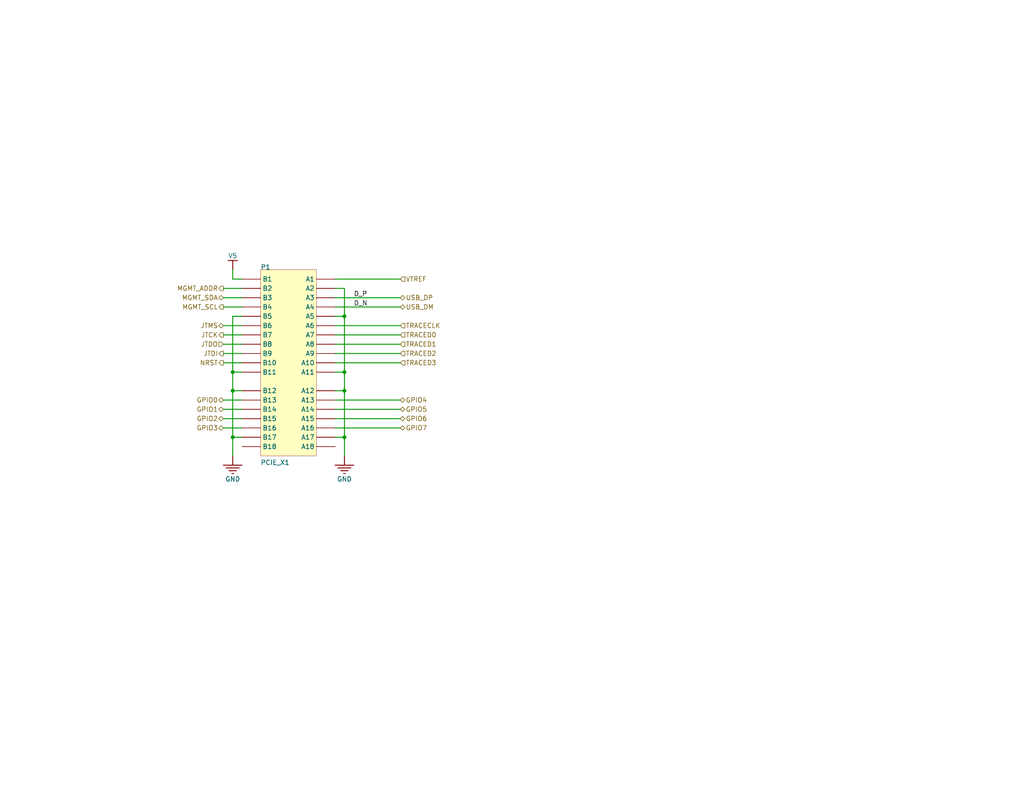
<source format=kicad_sch>
(kicad_sch (version 20231120) (generator "eeschema") (generator_version "8.0")
  (paper "A")
  (lib_symbols
    (symbol "top-altium-import:BACKPLANE_0_PCIE_X1"
      (symbol "BACKPLANE_0_PCIE_X1_1_0"
        (rectangle (start 7.62 22.86) (end -7.62 -27.94) (stroke (width 0.0254) (color 128 0 0 1)) (fill (type background)))
        (pin passive line (at 12.7 20.32 180) (length 5.08) (name "A1") (number "A1"))
        (pin passive line (at 12.7 -2.54 180) (length 5.08) (name "A10") (number "A10"))
        (pin passive line (at 12.7 -5.08 180) (length 5.08) (name "A11") (number "A11"))
        (pin passive line (at 12.7 -10.16 180) (length 5.08) (name "A12") (number "A12"))
        (pin passive line (at 12.7 -12.7 180) (length 5.08) (name "A13") (number "A13"))
        (pin passive line (at 12.7 -15.24 180) (length 5.08) (name "A14") (number "A14"))
        (pin passive line (at 12.7 -17.78 180) (length 5.08) (name "A15") (number "A15"))
        (pin passive line (at 12.7 -20.32 180) (length 5.08) (name "A16") (number "A16"))
        (pin passive line (at 12.7 -22.86 180) (length 5.08) (name "A17") (number "A17"))
        (pin passive line (at 12.7 -25.4 180) (length 5.08) (name "A18") (number "A18"))
        (pin passive line (at 12.7 17.78 180) (length 5.08) (name "A2") (number "A2"))
        (pin passive line (at 12.7 15.24 180) (length 5.08) (name "A3") (number "A3"))
        (pin passive line (at 12.7 12.7 180) (length 5.08) (name "A4") (number "A4"))
        (pin passive line (at 12.7 10.16 180) (length 5.08) (name "A5") (number "A5"))
        (pin passive line (at 12.7 7.62 180) (length 5.08) (name "A6") (number "A6"))
        (pin passive line (at 12.7 5.08 180) (length 5.08) (name "A7") (number "A7"))
        (pin passive line (at 12.7 2.54 180) (length 5.08) (name "A8") (number "A8"))
        (pin passive line (at 12.7 0 180) (length 5.08) (name "A9") (number "A9"))
        (pin passive line (at -12.7 20.32 0) (length 5.08) (name "B1") (number "B1"))
        (pin passive line (at -12.7 -2.54 0) (length 5.08) (name "B10") (number "B10"))
        (pin passive line (at -12.7 -5.08 0) (length 5.08) (name "B11") (number "B11"))
        (pin passive line (at -12.7 -10.16 0) (length 5.08) (name "B12") (number "B12"))
        (pin passive line (at -12.7 -12.7 0) (length 5.08) (name "B13") (number "B13"))
        (pin passive line (at -12.7 -15.24 0) (length 5.08) (name "B14") (number "B14"))
        (pin passive line (at -12.7 -17.78 0) (length 5.08) (name "B15") (number "B15"))
        (pin passive line (at -12.7 -20.32 0) (length 5.08) (name "B16") (number "B16"))
        (pin passive line (at -12.7 -22.86 0) (length 5.08) (name "B17") (number "B17"))
        (pin passive line (at -12.7 -25.4 0) (length 5.08) (name "B18") (number "B18"))
        (pin passive line (at -12.7 17.78 0) (length 5.08) (name "B2") (number "B2"))
        (pin passive line (at -12.7 15.24 0) (length 5.08) (name "B3") (number "B3"))
        (pin passive line (at -12.7 12.7 0) (length 5.08) (name "B4") (number "B4"))
        (pin passive line (at -12.7 10.16 0) (length 5.08) (name "B5") (number "B5"))
        (pin passive line (at -12.7 7.62 0) (length 5.08) (name "B6") (number "B6"))
        (pin passive line (at -12.7 5.08 0) (length 5.08) (name "B7") (number "B7"))
        (pin passive line (at -12.7 2.54 0) (length 5.08) (name "B8") (number "B8"))
        (pin passive line (at -12.7 0 0) (length 5.08) (name "B9") (number "B9"))
      )
    )
    (symbol "top-altium-import:GND_POWER_GROUND" (power)
      (property "Reference" "#PWR" (at 0 0 0))
      (property "Value" "GND" (at 0 6.35 0))
      (symbol "GND_POWER_GROUND_0_0"
        (polyline (pts (xy -2.54 -2.54) (xy 2.54 -2.54)) (stroke (width 0.254)))
        (polyline (pts (xy -1.778 -3.302) (xy 1.778 -3.302)) (stroke (width 0.254)))
        (polyline (pts (xy -1.016 -4.064) (xy 1.016 -4.064)) (stroke (width 0.254)))
        (polyline (pts (xy -0.254 -4.826) (xy 0.254 -4.826)) (stroke (width 0.254)))
        (polyline (pts (xy 0 0) (xy 0 -2.54)) (stroke (width 0.254)))
        (pin power_in line (at 0 0 0) (length 0) hide (name "GND") (number ""))
      )
    )
    (symbol "top-altium-import:V5_BAR" (power)
      (property "Reference" "#PWR" (at 0 0 0))
      (property "Value" "V5" (at 0 3.81 0))
      (symbol "V5_BAR_0_0"
        (polyline (pts (xy -1.27 -2.54) (xy 1.27 -2.54)) (stroke (width 0.254)))
        (polyline (pts (xy 0 0) (xy 0 -2.54)) (stroke (width 0.254)))
        (pin power_in line (at 0 0 0) (length 0) hide (name "V5") (number ""))
      )
    )
  )
  (junction (at 93.98 106.68))
  (junction (at 93.98 86.36))
  (junction (at 63.5 106.68))
  (junction (at 93.98 119.38))
  (junction (at 63.5 119.38))
  (junction (at 93.98 101.6))
  (junction (at 63.5 101.6))
  (wire (pts (xy 60.96 91.44) (xy 66.04 91.44)) (stroke (width 0.254)))
  (wire (pts (xy 109.22 116.84) (xy 91.44 116.84)) (stroke (width 0.254)))
  (wire (pts (xy 60.96 93.98) (xy 66.04 93.98)) (stroke (width 0.254)))
  (wire (pts (xy 109.22 114.3) (xy 91.44 114.3)) (stroke (width 0.254)))
  (wire (pts (xy 60.96 96.52) (xy 66.04 96.52)) (stroke (width 0.254)))
  (wire (pts (xy 109.22 93.98) (xy 91.44 93.98)) (stroke (width 0.254)))
  (wire (pts (xy 63.5 76.2) (xy 63.5 73.66)) (stroke (width 0.254)))
  (wire (pts (xy 93.98 86.36) (xy 93.98 101.6)) (stroke (width 0.254)))
  (wire (pts (xy 91.44 101.6) (xy 93.98 101.6)) (stroke (width 0.254)))
  (wire (pts (xy 109.22 76.2) (xy 91.44 76.2)) (stroke (width 0.254)))
  (wire (pts (xy 109.22 88.9) (xy 91.44 88.9)) (stroke (width 0.254)))
  (wire (pts (xy 91.44 106.68) (xy 93.98 106.68)) (stroke (width 0.254)))
  (wire (pts (xy 91.44 86.36) (xy 93.98 86.36)) (stroke (width 0.254)))
  (wire (pts (xy 109.22 96.52) (xy 91.44 96.52)) (stroke (width 0.254)))
  (wire (pts (xy 60.96 78.74) (xy 66.04 78.74)) (stroke (width 0.254)))
  (wire (pts (xy 60.96 88.9) (xy 66.04 88.9)) (stroke (width 0.254)))
  (wire (pts (xy 93.98 78.74) (xy 91.44 78.74)) (stroke (width 0.254)))
  (wire (pts (xy 60.96 116.84) (xy 66.04 116.84)) (stroke (width 0.254)))
  (wire (pts (xy 93.98 101.6) (xy 93.98 106.68)) (stroke (width 0.254)))
  (wire (pts (xy 109.22 91.44) (xy 91.44 91.44)) (stroke (width 0.254)))
  (wire (pts (xy 63.5 106.68) (xy 63.5 101.6)) (stroke (width 0.254)))
  (wire (pts (xy 109.22 111.76) (xy 91.44 111.76)) (stroke (width 0.254)))
  (wire (pts (xy 109.22 99.06) (xy 91.44 99.06)) (stroke (width 0.254)))
  (wire (pts (xy 63.5 86.36) (xy 66.04 86.36)) (stroke (width 0.254)))
  (wire (pts (xy 60.96 114.3) (xy 66.04 114.3)) (stroke (width 0.254)))
  (wire (pts (xy 60.96 99.06) (xy 66.04 99.06)) (stroke (width 0.254)))
  (wire (pts (xy 60.96 109.22) (xy 66.04 109.22)) (stroke (width 0.254)))
  (wire (pts (xy 93.98 106.68) (xy 93.98 119.38)) (stroke (width 0.254)))
  (wire (pts (xy 63.5 124.46) (xy 63.5 119.38)) (stroke (width 0.254)))
  (wire (pts (xy 60.96 111.76) (xy 66.04 111.76)) (stroke (width 0.254)))
  (wire (pts (xy 66.04 101.6) (xy 63.5 101.6)) (stroke (width 0.254)))
  (wire (pts (xy 63.5 101.6) (xy 63.5 86.36)) (stroke (width 0.254)))
  (wire (pts (xy 109.22 81.28) (xy 91.44 81.28)) (stroke (width 0.254)))
  (wire (pts (xy 63.5 119.38) (xy 63.5 106.68)) (stroke (width 0.254)))
  (wire (pts (xy 60.96 83.82) (xy 66.04 83.82)) (stroke (width 0.254)))
  (wire (pts (xy 109.22 83.82) (xy 91.44 83.82)) (stroke (width 0.254)))
  (wire (pts (xy 66.04 76.2) (xy 63.5 76.2)) (stroke (width 0.254)))
  (wire (pts (xy 109.22 109.22) (xy 91.44 109.22)) (stroke (width 0.254)))
  (wire (pts (xy 93.98 86.36) (xy 93.98 78.74)) (stroke (width 0.254)))
  (wire (pts (xy 66.04 106.68) (xy 63.5 106.68)) (stroke (width 0.254)))
  (wire (pts (xy 93.98 119.38) (xy 93.98 124.46)) (stroke (width 0.254)))
  (wire (pts (xy 91.44 119.38) (xy 93.98 119.38)) (stroke (width 0.254)))
  (wire (pts (xy 66.04 119.38) (xy 63.5 119.38)) (stroke (width 0.254)))
  (wire (pts (xy 60.96 81.28) (xy 66.04 81.28)) (stroke (width 0.254)))
  (label "D_N" (at 96.52 83.82 0))
  (label "D_P" (at 96.52 81.28 0))
  (hierarchical_label "MGMT_SDA" (shape bidirectional) (at 60.96 81.28 180))
  (hierarchical_label "USB_DP" (shape bidirectional) (at 109.22 81.28 0))
  (hierarchical_label "TRACED1" (shape input) (at 109.22 93.98 0))
  (hierarchical_label "MGMT_ADDR" (shape output) (at 60.96 78.74 180))
  (hierarchical_label "GPIO6" (shape bidirectional) (at 109.22 114.3 0))
  (hierarchical_label "USB_DM" (shape bidirectional) (at 109.22 83.82 0))
  (hierarchical_label "NRST" (shape output) (at 60.96 99.06 180))
  (hierarchical_label "GPIO2" (shape bidirectional) (at 60.96 114.3 180))
  (hierarchical_label "GPIO0" (shape bidirectional) (at 60.96 109.22 180))
  (hierarchical_label "GPIO5" (shape bidirectional) (at 109.22 111.76 0))
  (hierarchical_label "GPIO7" (shape bidirectional) (at 109.22 116.84 0))
  (hierarchical_label "GPIO1" (shape bidirectional) (at 60.96 111.76 180))
  (hierarchical_label "JTMS" (shape bidirectional) (at 60.96 88.9 180))
  (hierarchical_label "TRACED2" (shape input) (at 109.22 96.52 0))
  (hierarchical_label "JTDI" (shape output) (at 60.96 96.52 180))
  (hierarchical_label "GPIO4" (shape bidirectional) (at 109.22 109.22 0))
  (hierarchical_label "JTCK" (shape output) (at 60.96 91.44 180))
  (hierarchical_label "GPIO3" (shape bidirectional) (at 60.96 116.84 180))
  (hierarchical_label "TRACED3" (shape input) (at 109.22 99.06 0))
  (hierarchical_label "JTDO" (shape input) (at 60.96 93.98 180))
  (hierarchical_label "TRACED0" (shape input) (at 109.22 91.44 0))
  (hierarchical_label "MGMT_SCL" (shape output) (at 60.96 83.82 180))
  (hierarchical_label "TRACECLK" (shape input) (at 109.22 88.9 0))
  (hierarchical_label "VTREF" (shape input) (at 109.22 76.2 0))
  (symbol (lib_id "top-altium-import:GND_POWER_GROUND") (at 93.98 124.46 0) (unit 1)
    (property "Reference" "#PWR?" (effects (hide yes)))
    (property "Value" "GND" (at 93.98 130.81 0))
  )
  (symbol (lib_id "top-altium-import:BACKPLANE_0_PCIE_X1") (at 78.74 96.52 0) (unit 1)
    (property "Reference" "P1" (at 71.12 73.66 0) (effects (justify left bottom)))
    (property "Value" "PCIE_X1" (at 71.12 127 0) (effects (justify left bottom)))
    (property "Footprint" "PCIE_X1_EDGE" (effects (hide yes)))
  )
  (symbol (lib_id "top-altium-import:GND_POWER_GROUND") (at 63.5 124.46 0) (unit 1)
    (property "Reference" "#PWR?" (effects (hide yes)))
    (property "Value" "GND" (at 63.5 130.81 0))
  )
  (symbol (lib_id "top-altium-import:V5_BAR") (at 63.5 73.66 180) (unit 1)
    (property "Reference" "#PWR?" (effects (hide yes)))
    (property "Value" "V5" (at 63.5 69.85 0))
  )
)
</source>
